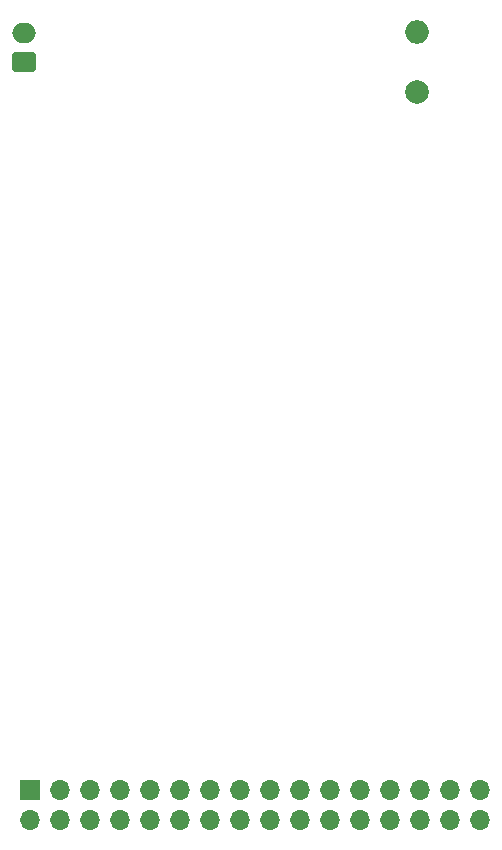
<source format=gbr>
%TF.GenerationSoftware,KiCad,Pcbnew,9.0.0*%
%TF.CreationDate,2025-03-26T21:47:53+02:00*%
%TF.ProjectId,EEE3088F Micromouse Design,45454533-3038-4384-9620-4d6963726f6d,rev?*%
%TF.SameCoordinates,Original*%
%TF.FileFunction,Soldermask,Bot*%
%TF.FilePolarity,Negative*%
%FSLAX46Y46*%
G04 Gerber Fmt 4.6, Leading zero omitted, Abs format (unit mm)*
G04 Created by KiCad (PCBNEW 9.0.0) date 2025-03-26 21:47:53*
%MOMM*%
%LPD*%
G01*
G04 APERTURE LIST*
G04 Aperture macros list*
%AMRoundRect*
0 Rectangle with rounded corners*
0 $1 Rounding radius*
0 $2 $3 $4 $5 $6 $7 $8 $9 X,Y pos of 4 corners*
0 Add a 4 corners polygon primitive as box body*
4,1,4,$2,$3,$4,$5,$6,$7,$8,$9,$2,$3,0*
0 Add four circle primitives for the rounded corners*
1,1,$1+$1,$2,$3*
1,1,$1+$1,$4,$5*
1,1,$1+$1,$6,$7*
1,1,$1+$1,$8,$9*
0 Add four rect primitives between the rounded corners*
20,1,$1+$1,$2,$3,$4,$5,0*
20,1,$1+$1,$4,$5,$6,$7,0*
20,1,$1+$1,$6,$7,$8,$9,0*
20,1,$1+$1,$8,$9,$2,$3,0*%
G04 Aperture macros list end*
%ADD10C,2.000000*%
%ADD11O,2.000000X2.000000*%
%ADD12RoundRect,0.250000X0.750000X-0.600000X0.750000X0.600000X-0.750000X0.600000X-0.750000X-0.600000X0*%
%ADD13O,2.000000X1.700000*%
%ADD14R,1.700000X1.700000*%
%ADD15O,1.700000X1.700000*%
G04 APERTURE END LIST*
D10*
%TO.C,L1*%
X90500000Y-65392500D03*
D11*
X90500000Y-60312500D03*
%TD*%
D12*
%TO.C,J2*%
X57180000Y-62852500D03*
D13*
X57180000Y-60352500D03*
%TD*%
D14*
%TO.C,J1*%
X57720000Y-124460000D03*
D15*
X57720000Y-127000000D03*
X60260000Y-124460000D03*
X60260000Y-127000000D03*
X62800000Y-124460000D03*
X62800000Y-127000000D03*
X65340000Y-124460000D03*
X65340000Y-127000000D03*
X67880000Y-124460000D03*
X67880000Y-127000000D03*
X70420000Y-124460000D03*
X70420000Y-127000000D03*
X72960000Y-124460000D03*
X72960000Y-127000000D03*
X75500000Y-124460000D03*
X75500000Y-127000000D03*
X78040000Y-124460000D03*
X78040000Y-127000000D03*
X80580000Y-124460000D03*
X80580000Y-127000000D03*
X83120000Y-124460000D03*
X83120000Y-127000000D03*
X85660000Y-124460000D03*
X85660000Y-127000000D03*
X88200000Y-124460000D03*
X88200000Y-127000000D03*
X90740000Y-124460000D03*
X90740000Y-127000000D03*
X93280000Y-124460000D03*
X93280000Y-127000000D03*
X95820000Y-124460000D03*
X95820000Y-127000000D03*
%TD*%
M02*

</source>
